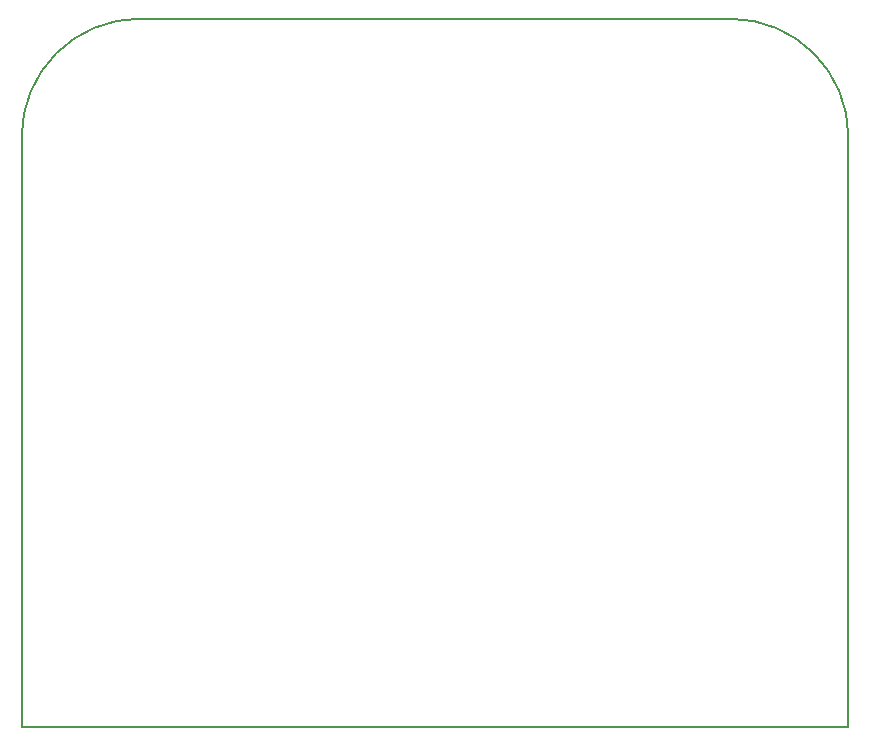
<source format=gm1>
G04 #@! TF.FileFunction,Profile,NP*
%FSLAX46Y46*%
G04 Gerber Fmt 4.6, Leading zero omitted, Abs format (unit mm)*
G04 Created by KiCad (PCBNEW 4.0.7) date 06/25/18 21:51:06*
%MOMM*%
%LPD*%
G01*
G04 APERTURE LIST*
%ADD10C,0.150000*%
G04 APERTURE END LIST*
D10*
X41000000Y-30000000D02*
X91000000Y-30000000D01*
X31000000Y-90000000D02*
X101000000Y-90000000D01*
X101000000Y-40000000D02*
G75*
G03X91000000Y-30000000I-10000000J0D01*
G01*
X31000000Y-40000000D02*
X31000000Y-90000000D01*
X101000000Y-40000000D02*
X101000000Y-90000000D01*
X41000000Y-30000000D02*
G75*
G03X31000000Y-40000000I0J-10000000D01*
G01*
M02*

</source>
